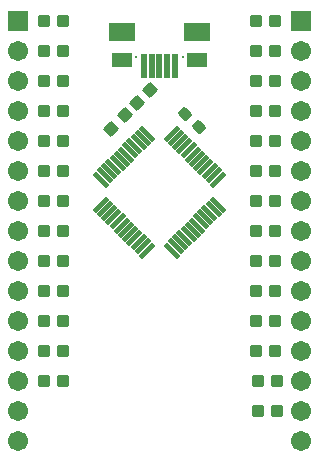
<source format=gts>
G04*
G04 #@! TF.GenerationSoftware,Altium Limited,Altium Designer,23.2.1 (34)*
G04*
G04 Layer_Color=8388736*
%FSLAX25Y25*%
%MOIN*%
G70*
G04*
G04 #@! TF.SameCoordinates,9329C3C2-16CE-4A0C-8BE9-04AE65E2FBF7*
G04*
G04*
G04 #@! TF.FilePolarity,Negative*
G04*
G01*
G75*
G04:AMPARAMS|DCode=16|XSize=67.06mil|YSize=18.63mil|CornerRadius=0mil|HoleSize=0mil|Usage=FLASHONLY|Rotation=225.000|XOffset=0mil|YOffset=0mil|HoleType=Round|Shape=Round|*
%AMOVALD16*
21,1,0.04842,0.01863,0.00000,0.00000,225.0*
1,1,0.01863,0.01712,0.01712*
1,1,0.01863,-0.01712,-0.01712*
%
%ADD16OVALD16*%

G04:AMPARAMS|DCode=17|XSize=18.63mil|YSize=67.06mil|CornerRadius=0mil|HoleSize=0mil|Usage=FLASHONLY|Rotation=225.000|XOffset=0mil|YOffset=0mil|HoleType=Round|Shape=Round|*
%AMOVALD17*
21,1,0.04842,0.01863,0.00000,0.00000,315.0*
1,1,0.01863,-0.01712,0.01712*
1,1,0.01863,0.01712,-0.01712*
%
%ADD17OVALD17*%

G04:AMPARAMS|DCode=18|XSize=34.94mil|YSize=41.94mil|CornerRadius=9.72mil|HoleSize=0mil|Usage=FLASHONLY|Rotation=225.000|XOffset=0mil|YOffset=0mil|HoleType=Round|Shape=RoundedRectangle|*
%AMROUNDEDRECTD18*
21,1,0.03494,0.02250,0,0,225.0*
21,1,0.01550,0.04194,0,0,225.0*
1,1,0.01944,-0.01344,0.00248*
1,1,0.01944,-0.00248,0.01344*
1,1,0.01944,0.01344,-0.00248*
1,1,0.01944,0.00248,-0.01344*
%
%ADD18ROUNDEDRECTD18*%
G04:AMPARAMS|DCode=19|XSize=39.37mil|YSize=41.94mil|CornerRadius=5.51mil|HoleSize=0mil|Usage=FLASHONLY|Rotation=270.000|XOffset=0mil|YOffset=0mil|HoleType=Round|Shape=RoundedRectangle|*
%AMROUNDEDRECTD19*
21,1,0.03937,0.03091,0,0,270.0*
21,1,0.02835,0.04194,0,0,270.0*
1,1,0.01102,-0.01546,-0.01417*
1,1,0.01102,-0.01546,0.01417*
1,1,0.01102,0.01546,0.01417*
1,1,0.01102,0.01546,-0.01417*
%
%ADD19ROUNDEDRECTD19*%
G04:AMPARAMS|DCode=20|XSize=39.37mil|YSize=41.94mil|CornerRadius=5.51mil|HoleSize=0mil|Usage=FLASHONLY|Rotation=135.000|XOffset=0mil|YOffset=0mil|HoleType=Round|Shape=RoundedRectangle|*
%AMROUNDEDRECTD20*
21,1,0.03937,0.03091,0,0,135.0*
21,1,0.02835,0.04194,0,0,135.0*
1,1,0.01102,0.00091,0.02095*
1,1,0.01102,0.02095,0.00091*
1,1,0.01102,-0.00091,-0.02095*
1,1,0.01102,-0.02095,-0.00091*
%
%ADD20ROUNDEDRECTD20*%
%ADD21R,0.08674X0.06312*%
%ADD22R,0.07099X0.04737*%
%ADD23R,0.01968X0.08268*%
%ADD24C,0.06706*%
%ADD25R,0.06706X0.06706*%
%ADD26C,0.00800*%
D16*
X4175Y19487D02*
D03*
X5568Y18095D02*
D03*
X6959Y16703D02*
D03*
X8352Y15311D02*
D03*
X9743Y13919D02*
D03*
X11136Y12527D02*
D03*
X12527Y11135D02*
D03*
X13920Y9743D02*
D03*
X15311Y8351D02*
D03*
X16704Y6959D02*
D03*
X18095Y5567D02*
D03*
X19488Y4175D02*
D03*
X-4175Y-19487D02*
D03*
X-5568Y-18095D02*
D03*
X-6959Y-16703D02*
D03*
X-8352Y-15311D02*
D03*
X-9743Y-13919D02*
D03*
X-11136Y-12527D02*
D03*
X-12527Y-11135D02*
D03*
X-13920Y-9743D02*
D03*
X-15311Y-8351D02*
D03*
X-16704Y-6959D02*
D03*
X-18095Y-5567D02*
D03*
X-19488Y-4175D02*
D03*
D17*
X19487Y-4175D02*
D03*
X18094Y-5568D02*
D03*
X16703Y-6959D02*
D03*
X15311Y-8352D02*
D03*
X13919Y-9743D02*
D03*
X12527Y-11135D02*
D03*
X11135Y-12527D02*
D03*
X9743Y-13919D02*
D03*
X8352Y-15311D02*
D03*
X6959Y-16703D02*
D03*
X5568Y-18094D02*
D03*
X4175Y-19487D02*
D03*
X-19487Y4175D02*
D03*
X-18094Y5568D02*
D03*
X-16703Y6959D02*
D03*
X-15311Y8352D02*
D03*
X-13919Y9743D02*
D03*
X-12527Y11135D02*
D03*
X-11135Y12527D02*
D03*
X-9743Y13919D02*
D03*
X-8352Y15311D02*
D03*
X-6959Y16703D02*
D03*
X-5568Y18094D02*
D03*
X-4175Y19487D02*
D03*
D18*
X13109Y21578D02*
D03*
X8654Y26033D02*
D03*
D19*
X32751Y-72913D02*
D03*
X39051Y-72913D02*
D03*
X32283Y-52913D02*
D03*
X38583Y-52913D02*
D03*
X32283Y-42913D02*
D03*
X38583Y-42913D02*
D03*
X32283Y-32914D02*
D03*
X38583Y-32913D02*
D03*
X32283Y-22914D02*
D03*
X38583Y-22913D02*
D03*
X32283Y-12913D02*
D03*
X38583Y-12913D02*
D03*
X32283Y-2913D02*
D03*
X38583Y-2913D02*
D03*
X32283Y7086D02*
D03*
X38583Y7086D02*
D03*
X32283Y17086D02*
D03*
X38583Y17086D02*
D03*
X32283Y27086D02*
D03*
X38583Y27086D02*
D03*
X32283Y37086D02*
D03*
X38583Y37086D02*
D03*
X32283Y47087D02*
D03*
X38583Y47087D02*
D03*
X32283Y57086D02*
D03*
X38583Y57086D02*
D03*
X32751Y-62913D02*
D03*
X39051Y-62913D02*
D03*
X-32283Y-52913D02*
D03*
X-38583Y-52913D02*
D03*
X-32283Y37087D02*
D03*
X-38583Y37087D02*
D03*
X-32283Y-2913D02*
D03*
X-38583Y-2913D02*
D03*
X-32283Y27087D02*
D03*
X-38583Y27087D02*
D03*
X-32283Y-12913D02*
D03*
X-38583Y-12913D02*
D03*
X-32283Y17087D02*
D03*
X-38583Y17087D02*
D03*
X-32283Y-22913D02*
D03*
X-38583Y-22913D02*
D03*
X-32283Y7087D02*
D03*
X-38583Y7087D02*
D03*
X-32283Y57087D02*
D03*
X-38583Y57087D02*
D03*
X-32283Y-32913D02*
D03*
X-38583Y-32913D02*
D03*
X-32283Y-42913D02*
D03*
X-38583Y-42913D02*
D03*
X-32283Y47087D02*
D03*
X-38583Y47087D02*
D03*
Y-62913D02*
D03*
X-32283Y-62913D02*
D03*
D20*
X-11547Y25610D02*
D03*
X-16002Y21155D02*
D03*
X-3109Y34048D02*
D03*
X-7564Y29593D02*
D03*
D21*
X-12599Y53444D02*
D03*
X12599D02*
D03*
D22*
X12598Y44176D02*
D03*
X-12598Y44176D02*
D03*
D23*
X5120Y42008D02*
D03*
X2560Y42008D02*
D03*
X0D02*
D03*
X-2560Y42008D02*
D03*
X-5120Y42008D02*
D03*
D24*
X-47244Y-82913D02*
D03*
Y-72913D02*
D03*
X-47244Y-62913D02*
D03*
X-47244Y-52913D02*
D03*
Y-42913D02*
D03*
Y-32913D02*
D03*
X-47244Y-22913D02*
D03*
X-47244Y-12913D02*
D03*
Y-2913D02*
D03*
Y7087D02*
D03*
Y17087D02*
D03*
X-47244Y27087D02*
D03*
X-47244Y37087D02*
D03*
Y47087D02*
D03*
X47244Y-82913D02*
D03*
X47244Y-72913D02*
D03*
X47244Y-62913D02*
D03*
Y-52913D02*
D03*
X47244Y-42913D02*
D03*
X47244Y-32913D02*
D03*
Y-22913D02*
D03*
Y-12913D02*
D03*
X47244Y-2913D02*
D03*
Y7087D02*
D03*
X47244Y17087D02*
D03*
X47244Y27087D02*
D03*
Y37087D02*
D03*
X47244Y47087D02*
D03*
D25*
X-47244Y57087D02*
D03*
X47244D02*
D03*
D26*
X-7873Y44978D02*
D03*
X7875Y44978D02*
D03*
M02*

</source>
